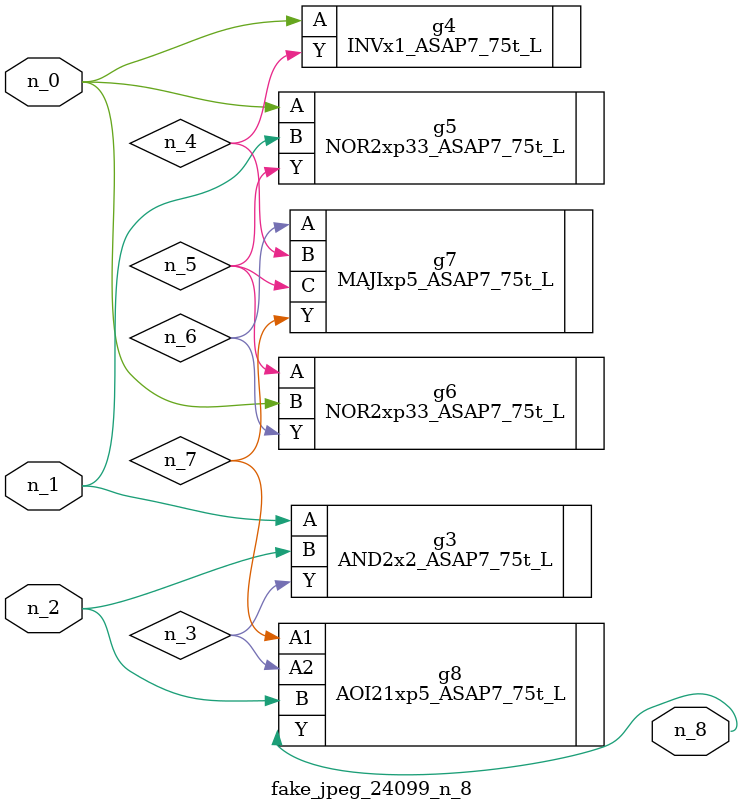
<source format=v>
module fake_jpeg_24099_n_8 (n_0, n_2, n_1, n_8);

input n_0;
input n_2;
input n_1;

output n_8;

wire n_3;
wire n_4;
wire n_6;
wire n_5;
wire n_7;

AND2x2_ASAP7_75t_L g3 ( 
.A(n_1),
.B(n_2),
.Y(n_3)
);

INVx1_ASAP7_75t_L g4 ( 
.A(n_0),
.Y(n_4)
);

NOR2xp33_ASAP7_75t_L g5 ( 
.A(n_0),
.B(n_1),
.Y(n_5)
);

NOR2xp33_ASAP7_75t_L g6 ( 
.A(n_5),
.B(n_0),
.Y(n_6)
);

MAJIxp5_ASAP7_75t_L g7 ( 
.A(n_6),
.B(n_4),
.C(n_5),
.Y(n_7)
);

AOI21xp5_ASAP7_75t_L g8 ( 
.A1(n_7),
.A2(n_3),
.B(n_2),
.Y(n_8)
);


endmodule
</source>
